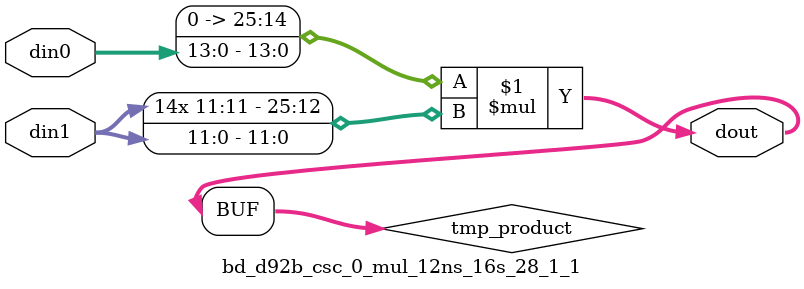
<source format=v>

`timescale 1 ns / 1 ps

  module bd_d92b_csc_0_mul_12ns_16s_28_1_1(din0, din1, dout);
parameter ID = 1;
parameter NUM_STAGE = 0;
parameter din0_WIDTH = 14;
parameter din1_WIDTH = 12;
parameter dout_WIDTH = 26;

input [din0_WIDTH - 1 : 0] din0; 
input [din1_WIDTH - 1 : 0] din1; 
output [dout_WIDTH - 1 : 0] dout;

wire signed [dout_WIDTH - 1 : 0] tmp_product;











assign tmp_product = $signed({1'b0, din0}) * $signed(din1);










assign dout = tmp_product;







endmodule

</source>
